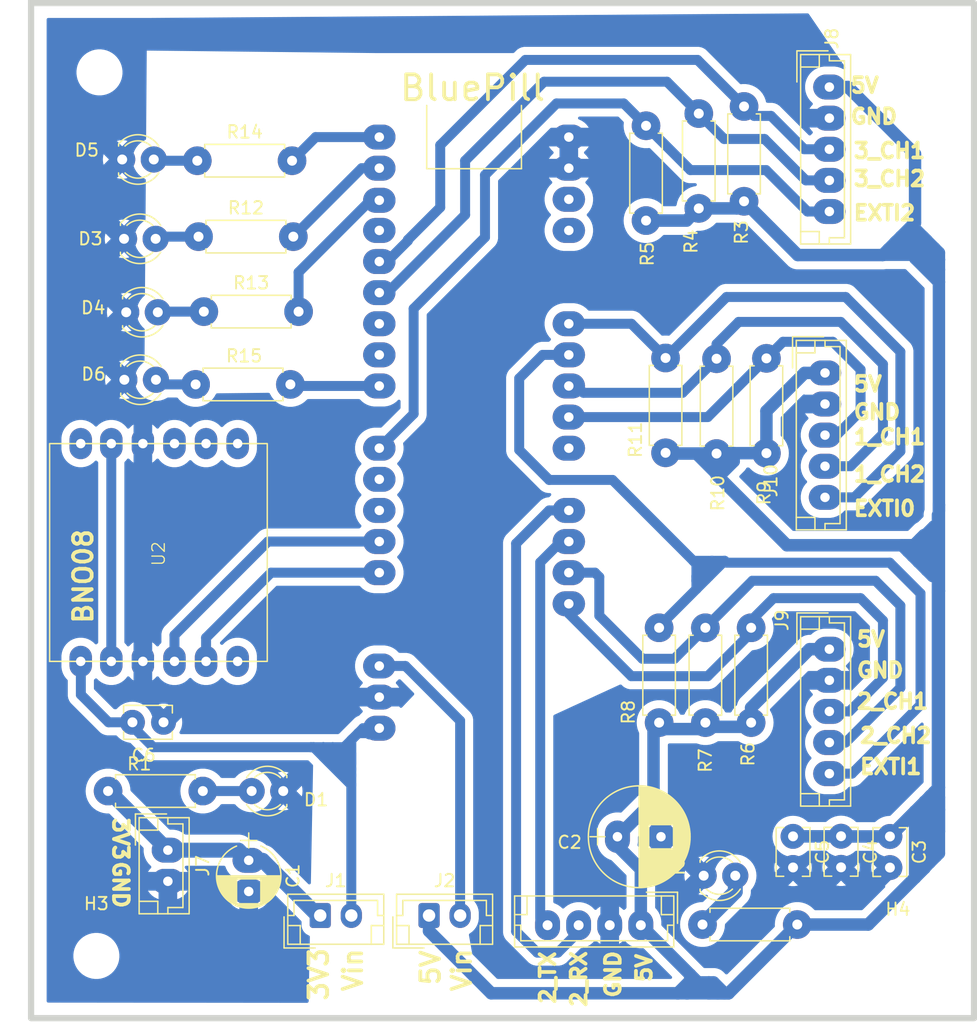
<source format=kicad_pcb>
(kicad_pcb (version 20240108) (generator "pcbnew") (generator_version "8.0")
  (layers (0 "F.Cu" signal) (31 "B.Cu" signal) (34 "B.Paste" user) (35 "F.Paste" user) (36 "B.SilkS" user "B.Silkscreen") (37 "F.SilkS" user "F.Silkscreen") (38 "B.Mask" user) (39 "F.Mask" user) (44 "Edge.Cuts" user))
  (net 0 "")
  (net 13 "GND")
  (net 14 "/VIN5")
  (net 15 "/VIN3")
  (net 16 "/UART2_TX")
  (net 17 "/UART2_RX")
  (net 18 "/UART1_TX")
  (net 19 "/UART1_RX")
  (net 20 "/TM3_CH1")
  (net 21 "/TM1_CH1")
  (net 22 "/TIM_CH2")
  (net 23 "/TIM2_CH2")
  (net 24 "/TIM2_CH1")
  (net 25 "/TIM1_CH2")
  (net 26 "/LED_4")
  (net 27 "/LED_3")
  (net 28 "/LED_2")
  (net 29 "/LED_1")
  (net 30 "/L")
  (net 31 "/EXTI2")
  (net 32 "/EXTI1")
  (net 33 "/EXTI0")
  (net 34 "/E")
  (net 35 "/4")
  (net 36 "/3V3")
  (net 37 "/3")
  (net 38 "/2")
  (net 39 "/1")
  (net 40 "/5V")
  (net 41 "/3V0")
  (footprint "MountingHole:MountingHole_3.2mm_M3" (layer "F.Cu") (at 105 64.75)
    (property "Reference" "H1" (hide yes))
    (property "Value" "MountingHole")
  )
  (footprint "Connector_JST:JST_EH_B2B-EH-A_1x02_P2.50mm_Vertical" (layer "F.Cu") (at 110.5 127.25 -90)
    (property "Reference" "J7")
    (property "Value" "Conn_01x02_Pin")
  )
  (footprint "MY_LIB:Resistor_small" (layer "F.Cu") (at 150.52 95.32 90)
    (property "Reference" "R11")
    (property "Value" "R")
  )
  (footprint "MY_LIB:Resistor_small" (layer "F.Cu") (at 157.4 117 90)
    (property "Reference" "R6")
    (property "Value" "R")
  )
  (footprint "Connector_JST:JST_EH_B5B-EH-A_1x05_P2.50mm_Vertical" (layer "F.Cu") (at 163.69 65.93 -90)
    (property "Reference" "J8")
    (property "Value" "Conn_01x05_Pin")
  )
  (footprint "MY_LIB:Capacitor_10uF" (layer "F.Cu") (at 117 128.0675 -90)
    (property "Reference" "C1")
    (property "Value" "C")
  )
  (footprint "MY_LIB:Capacitor_Disc_Small" (layer "F.Cu") (at 107.65 116.975)
    (property "Reference" "C6")
    (property "Value" "C")
  )
  (footprint "Connector_JST:JST_EH_B5B-EH-A_1x05_P2.50mm_Vertical" (layer "F.Cu") (at 163.69 111.1 -90)
    (property "Reference" "J9")
    (property "Value" "Conn_01x05_Pin")
  )
  (footprint "bno08:bno08" (layer "F.Cu") (at 97.25 103.5 90)
    (property "Reference" "U2")
    (property "Value" "~")
  )
  (footprint "MY_LIB:Capacitor_Disc_Small" (layer "F.Cu") (at 168.56 126.15 -90)
    (property "Reference" "C3")
    (property "Value" "C")
  )
  (footprint "MY_LIB:LED_D3.0mm" (layer "F.Cu") (at 106.825 71.75)
    (property "Reference" "D5")
    (property "Value" "LED")
  )
  (footprint "MountingHole:MountingHole_3.2mm_M3" (layer "F.Cu") (at 169 63.4)
    (property "Reference" "H2" (hide yes))
    (property "Value" "MountingHole")
  )
  (footprint "MY_LIB:Resistor_small" (layer "F.Cu") (at 158.63 95.35 90)
    (property "Reference" "R9")
    (property "Value" "R")
  )
  (footprint "MY_LIB:Resistor_small" (layer "F.Cu") (at 113.39 83.975)
    (property "Reference" "R13")
    (property "Value" "R")
  )
  (footprint "MY_LIB:Resistor_small" (layer "F.Cu") (at 112.865 71.85)
    (property "Reference" "R14")
    (property "Value" "R")
  )
  (footprint "MY_LIB:LED_D3.0mm" (layer "F.Cu") (at 107 89.45)
    (property "Reference" "D6")
    (property "Value" "LED")
  )
  (footprint "MountingHole:MountingHole_3.2mm_M3" (layer "F.Cu") (at 104.75 135.75)
    (property "Reference" "H3")
    (property "Value" "MountingHole")
  )
  (footprint "MY_LIB:Resistor_small" (layer "F.Cu") (at 153.49 133.225)
    (property "Reference" "R2" (hide yes))
    (property "Value" "R")
  )
  (footprint "MY_LIB:Resistor_small" (layer "F.Cu") (at 153.72 117 90)
    (property "Reference" "R7")
    (property "Value" "R")
  )
  (footprint "Connector_JST:JST_EH_B2B-EH-A_1x02_P2.50mm_Vertical" (layer "F.Cu") (at 122.75 132.5)
    (property "Reference" "J1")
    (property "Value" "Conn_01x02_Pin")
  )
  (footprint "MY_LIB:Resistor_small" (layer "F.Cu") (at 148.95 76.66 90)
    (property "Reference" "R5")
    (property "Value" "R")
  )
  (footprint "MY_LIB:Resistor_small" (layer "F.Cu") (at 153.19 75.68 90)
    (property "Reference" "R4")
    (property "Value" "R")
  )
  (footprint "MY_LIB:Resistor_small" (layer "F.Cu") (at 113.31 122.5 180)
    (property "Reference" "R1")
    (property "Value" "R")
  )
  (footprint "MY_LIB:Resistor_small" (layer "F.Cu") (at 156.83 75.11 90)
    (property "Reference" "R3")
    (property "Value" "R")
  )
  (footprint "MY_LIB:Resistor_small" (layer "F.Cu") (at 112.965 77.95)
    (property "Reference" "R12")
    (property "Value" "R")
  )
  (footprint "MY_LIB:Capacitor_Disc_Small" (layer "F.Cu") (at 164.63 126.13 -90)
    (property "Reference" "C4")
    (property "Value" "C")
  )
  (footprint "MY_LIB:STM32_BLUEPLL_MOD" (layer "F.Cu") (at 127.5 69.95)
    (property "Reference" "U1" (hide yes))
    (property "Value" "BluePill")
  )
  (footprint "MY_LIB:LED_D3.0mm" (layer "F.Cu") (at 153.585 129.3)
    (property "Reference" "D2")
    (property "Value" "LED")
  )
  (footprint "MY_LIB:Resistor_small" (layer "F.Cu") (at 150 117 90)
    (property "Reference" "R8")
    (property "Value" "R")
  )
  (footprint "Connector_JST:JST_EH_B5B-EH-A_1x05_P2.50mm_Vertical" (layer "F.Cu") (at 163.34 88.9 -90)
    (property "Reference" "J10")
    (property "Value" "Conn_01x05_Pin")
  )
  (footprint "MY_LIB:jst_4" (layer "F.Cu") (at 148.53 133.28 180)
    (property "Reference" "J6" (hide yes))
    (property "Value" "Conn_01x04_Pin")
  )
  (footprint "MY_LIB:Capacitor_Disc_Small" (layer "F.Cu") (at 160.77 126.14 -90)
    (property "Reference" "C5")
    (property "Value" "C")
  )
  (footprint "MY_LIB:LED_D3.0mm" (layer "F.Cu") (at 106.975 78.125)
    (property "Reference" "D3")
    (property "Value" "LED")
  )
  (footprint "MY_LIB:Resistor_small" (layer "F.Cu") (at 154.62 95.38 90)
    (property "Reference" "R10")
    (property "Value" "R")
  )
  (footprint "MY_LIB:LED_D3.0mm" (layer "F.Cu") (at 107.15 84.025)
    (property "Reference" "D4")
    (property "Value" "LED")
  )
  (footprint "MY_LIB:Resistor_small" (layer "F.Cu") (at 112.73 89.825)
    (property "Reference" "R15")
    (property "Value" "R")
  )
  (footprint "MountingHole:MountingHole_3.2mm_M3" (layer "F.Cu") (at 169.2 136.2)
    (property "Reference" "H4")
    (property "Value" "MountingHole")
  )
  (footprint "Connector_JST:JST_EH_B2B-EH-A_1x02_P2.50mm_Vertical" (layer "F.Cu") (at 131.5 132.5)
    (property "Reference" "J2")
    (property "Value" "Conn_01x02_Pin")
  )
  (footprint "MY_LIB:Capacitor_100uF" (layer "F.Cu") (at 146.65 126.17)
    (property "Reference" "C2")
    (property "Value" "C")
  )
  (footprint "MY_LIB:LED_D3.0mm" (layer "F.Cu") (at 119.775 122.5 180)
    (property "Reference" "D1")
    (property "Value" "LED")
  )
  (gr_rect (start 99.5 59.185) (end 175.325 140.75) (stroke (width 0.5)) (fill none) (layer "Edge.Cuts"))
  (gr_text "5V" (at 165.75 111 0) (layer "F.SilkS") (effects (font (size 1.2 1.2) (thickness 0.3) (bold yes)) (justify left bottom)))
  (gr_text "BNO08" (at 104.57 109.19 90) (layer "F.SilkS") (effects (font (size 1.5 1.5) (thickness 0.3) (bold yes)) (justify left bottom)))
  (gr_text "GND" (at 165.75 113.5 0) (layer "F.SilkS") (effects (font (size 1.2 1.2) (thickness 0.3) (bold yes)) (justify left bottom)))
  (gr_text "GND" (at 165.5 92.75 0) (layer "F.SilkS") (effects (font (size 1.2 1.2) (thickness 0.3) (bold yes)) (justify left bottom)))
  (gr_text "1_CH1" (at 165.5 94.75 0) (layer "F.SilkS") (effects (font (size 1.2 1.2) (thickness 0.3) (bold yes)) (justify left bottom)))
  (gr_text "EXTI0" (at 165.5 100.5 0) (layer "F.SilkS") (effects (font (size 1.2 1.2) (thickness 0.3) (bold yes)) (justify left bottom)))
  (gr_text "5V" (at 149.5 138 90) (layer "F.SilkS") (effects (font (size 1.2 1.2) (thickness 0.3) (bold yes)) (justify left bottom)))
  (gr_text "5V" (at 165.25 66.5 0) (layer "F.SilkS") (effects (font (size 1.2 1.2) (thickness 0.3) (bold yes)) (justify left bottom)))
  (gr_text "GND" (at 106 128 -90) (layer "F.SilkS") (effects (font (size 1.2 1.2) (thickness 0.3) (bold yes)) (justify left bottom)))
  (gr_text "5V" (at 132.5 138.25 90) (layer "F.SilkS") (effects (font (size 1.5 1.5) (thickness 0.3) (bold yes)) (justify left bottom)))
  (gr_text "GND" (at 165.25 69 0) (layer "F.SilkS") (effects (font (size 1.2 1.2) (thickness 0.3) (bold yes)) (justify left bottom)))
  (gr_text "2_CH2\n" (at 166 118.75 0) (layer "F.SilkS") (effects (font (size 1.2 1.2) (thickness 0.3) (bold yes)) (justify left bottom)))
  (gr_text "1_CH2" (at 165.5 97.75 0) (layer "F.SilkS") (effects (font (size 1.2 1.2) (thickness 0.3) (bold yes)) (justify left bottom)))
  (gr_text "3_CH2" (at 165.5 74 0) (layer "F.SilkS") (effects (font (size 1.2 1.2) (thickness 0.3) (bold yes)) (justify left bottom)))
  (gr_text "3V3" (at 106 124.5 -90) (layer "F.SilkS") (effects (font (size 1.2 1.2) (thickness 0.3) (bold yes)) (justify left bottom)))
  (gr_text "2_RX" (at 144.25 140 90) (layer "F.SilkS") (effects (font (size 1.2 1.2) (thickness 0.3) (bold yes)) (justify left bottom)))
  (gr_text "Vin" (at 126.25 138.75 90) (layer "F.SilkS") (effects (font (size 1.5 1.5) (thickness 0.3) (bold yes)) (justify left bottom)))
  (gr_text "EXTI2" (at 165.5 76.75 0) (layer "F.SilkS") (effects (font (size 1.2 1.2) (thickness 0.3) (bold yes)) (justify left bottom)))
  (gr_text "3V3" (at 123.5 139.5 90) (layer "F.SilkS") (effects (font (size 1.5 1.5) (thickness 0.3) (bold yes)) (justify left bottom)))
  (gr_text "GND" (at 147 139.25 90) (layer "F.SilkS") (effects (font (size 1.2 1.2) (thickness 0.3) (bold yes)) (justify left bottom)))
  (gr_text "2_TX" (at 141.75 139.75 90) (layer "F.SilkS") (effects (font (size 1.2 1.2) (thickness 0.3) (bold yes)) (justify left bottom)))
  (gr_text "Vin" (at 135 138.75 90) (layer "F.SilkS") (effects (font (size 1.5 1.5) (thickness 0.3) (bold yes)) (justify left bottom)))
  (gr_text "3_CH1" (at 165.5 71.75 0) (layer "F.SilkS") (effects (font (size 1.2 1.2) (thickness 0.3) (bold yes)) (justify left bottom)))
  (gr_text "EXTI1" (at 166 121.25 0) (layer "F.SilkS") (effects (font (size 1.2 1.2) (thickness 0.3) (bold yes)) (justify left bottom)))
  (gr_text "5V" (at 165.5 90.5 0) (layer "F.SilkS") (effects (font (size 1.2 1.2) (thickness 0.3) (bold yes)) (justify left bottom)))
  (gr_text "2_CH1" (at 165.75 116 0) (layer "F.SilkS") (effects (font (size 1.2 1.2) (thickness 0.3) (bold yes)) (justify left bottom)))
  (segment (start 153.585 129.3) (end 153.28 129.3) (width 0.8) (layer "B.Cu") (net 13))
  (segment (start 142.74 69.95) (end 142.74 72.49) (width 1.2) (layer "B.Cu") (net 13))
  (segment (start 129.6 112.45) (end 134 116.85) (width 0.8) (layer "B.Cu") (net 14))
  (segment (start 134 116.85) (end 134 132.5) (width 0.8) (layer "B.Cu") (net 14))
  (segment (start 127.5 112.45) (end 129.6 112.45) (width 0.8) (layer "B.Cu") (net 14))
  (segment (start 125.8 117.85) (end 126.6 117.85) (width 0.8) (layer "B.Cu") (net 15))
  (segment (start 125.8 117.85) (end 125.325 118.325) (width 0.8) (layer "B.Cu") (net 15))
  (segment (start 126.2 117.45) (end 125.8 117.85) (width 0.8) (layer "B.Cu") (net 15))
  (segment (start 124.675 118.975) (end 123.75 118.975) (width 0.8) (layer "B.Cu") (net 15))
  (segment (start 122 118.975) (end 109.321572 118.975) (width 0.8) (layer "B.Cu") (net 15))
  (segment (start 126.2 117.45) (end 126.6875 117.9375) (width 0.8) (layer "B.Cu") (net 15))
  (segment (start 123 119) (end 125.25 121.25) (width 0.8) (layer "B.Cu") (net 15))
  (segment (start 123.75 118.975) (end 123 118.975) (width 0.8) (layer "B.Cu") (net 15))
  (segment (start 125.25 122) (end 125.25 132.5) (width 0.8) (layer "B.Cu") (net 15))
  (segment (start 124.675 118.975) (end 125.25 119.55) (width 0.8) (layer "B.Cu") (net 15))
  (segment (start 123 119.75) (end 125.25 122) (width 0.8) (layer "B.Cu") (net 15))
  (segment (start 103.5 114.75) (end 103.5 112.09) (width 0.8) (layer "B.Cu") (net 15))
  (segment (start 123 118.975) (end 123 119.75) (width 0.8) (layer "B.Cu") (net 15))
  (segment (start 122 118.975) (end 122.225 118.975) (width 0.8) (layer "B.Cu") (net 15))
  (segment (start 122.225 118.975) (end 125.25 122) (width 0.8) (layer "B.Cu") (net 15))
  (segment (start 123 118.975) (end 123 119) (width 0.8) (layer "B.Cu") (net 15))
  (segment (start 123 118.975) (end 122 118.975) (width 0.8) (layer "B.Cu") (net 15))
  (segment (start 107.65 117.303428) (end 107.65 116.975) (width 0.8) (layer "B.Cu") (net 15))
  (segment (start 125.25 118.4) (end 125.25 120.25) (width 0.8) (layer "B.Cu") (net 15))
  (segment (start 125.2 119.5) (end 125.25 119.55) (width 0.8) (layer "B.Cu") (net 15))
  (segment (start 123.75 118.975) (end 123.75 119.25) (width 0.8) (layer "B.Cu") (net 15))
  (segment (start 123.75 119.25) (end 124 119.5) (width 0.8) (layer "B.Cu") (net 15))
  (segment (start 125.325 118.325) (end 124.675 118.975) (width 0.8) (layer "B.Cu") (net 15))
  (segment (start 125.25 120.25) (end 125.25 120.75) (width 0.8) (layer "B.Cu") (net 15))
  (segment (start 124 119.5) (end 125.25 120.75) (width 0.8) (layer "B.Cu") (net 15))
  (segment (start 109.321572 118.975) (end 107.65 117.303428) (width 0.8) (layer "B.Cu") (net 15))
  (segment (start 125.25 121.25) (end 125.25 122) (width 0.8) (layer "B.Cu") (net 15))
  (segment (start 103.5 112.09) (end 103.49 112.08) (width 0.8) (layer "B.Cu") (net 15))
  (segment (start 124 119.5) (end 125.2 119.5) (width 0.8) (layer "B.Cu") (net 15))
  (segment (start 126.6 117.85) (end 126.6875 117.9375) (width 0.8) (layer "B.Cu") (net 15))
  (segment (start 125.25 120.75) (end 125.25 121.25) (width 0.8) (layer "B.Cu") (net 15))
  (segment (start 107.65 116.975) (end 105.725 116.975) (width 0.8) (layer "B.Cu") (net 15))
  (segment (start 127.5 117.45) (end 126.2 117.45) (width 0.8) (layer "B.Cu") (net 15))
  (segment (start 125.25 119.55) (end 125.25 120.25) (width 0.8) (layer "B.Cu") (net 15))
  (segment (start 125.325 118.325) (end 125.25 118.4) (width 0.8) (layer "B.Cu") (net 15))
  (segment (start 105.725 116.975) (end 103.5 114.75) (width 0.8) (layer "B.Cu") (net 15))
  (segment (start 140.44 132.69) (end 140.44 104.121573) (width 0.8) (layer "B.Cu") (net 16))
  (segment (start 140.44 104.121573) (end 142.111573 102.45) (width 0.8) (layer "B.Cu") (net 16))
  (segment (start 141.03 133.28) (end 140.44 132.69) (width 0.8) (layer "B.Cu") (net 16))
  (segment (start 142.111573 102.45) (end 142.74 102.45) (width 0.8) (layer "B.Cu") (net 16))
  (segment (start 143.53 133.28) (end 143.53 133.808427) (width 0.8) (layer "B.Cu") (net 17))
  (segment (start 143.53 133.808427) (end 141.858427 135.48) (width 0.8) (layer "B.Cu") (net 17))
  (segment (start 140.201573 135.48) (end 138.5 133.778427) (width 0.8) (layer "B.Cu") (net 17))
  (segment (start 138.5 102.610102) (end 141.160102 99.95) (width 0.8) (layer "B.Cu") (net 17))
  (segment (start 141.160102 99.95) (end 142.74 99.95) (width 0.8) (layer "B.Cu") (net 17))
  (segment (start 138.5 133.778427) (end 138.5 102.610102) (width 0.8) (layer "B.Cu") (net 17))
  (segment (start 141.858427 135.48) (end 140.201573 135.48) (width 0.8) (layer "B.Cu") (net 17))
  (segment (start 127.81 102.97) (end 127.5 102.97) (width 0.8) (layer "B.Cu") (net 18))
  (segment (start 127.715 102.97) (end 127.5 102.97) (width 0.8) (layer "B.Cu") (net 18))
  (segment (start 111.03 109.97) (end 111.03 112.08) (width 0.8) (layer "B.Cu") (net 18))
  (segment (start 128.09 102.97) (end 127.5 102.97) (width 0.8) (layer "B.Cu") (net 18))
  (segment (start 127.605 102.8) (end 127.5 102.905) (width 0.8) (layer "B.Cu") (net 18))
  (segment (start 127.955 102.825) (end 127.81 102.97) (width 0.8) (layer "B.Cu") (net 18))
  (segment (start 127.88 102.805) (end 127.715 102.97) (width 0.8) (layer "B.Cu") (net 18))
  (segment (start 127.5 102.905) (end 127.5 102.97) (width 0.8) (layer "B.Cu") (net 18))
  (segment (start 127.5 102.45) (end 118.55 102.45) (width 0.8) (layer "B.Cu") (net 18))
  (segment (start 128.23 102.83) (end 128.09 102.97) (width 0.8) (layer "B.Cu") (net 18))
  (segment (start 127.33 102.8) (end 127.5 102.97) (width 0.8) (layer "B.Cu") (net 18))
  (segment (start 118.55 102.45) (end 111.03 109.97) (width 0.8) (layer "B.Cu") (net 18))
  (segment (start 127.73 105.51) (end 127.5 105.51) (width 0.8) (layer "B.Cu") (net 19))
  (segment (start 113.57 110.18) (end 113.57 112.08) (width 0.8) (layer "B.Cu") (net 19))
  (segment (start 118.8 104.95) (end 113.57 110.18) (width 0.8) (layer "B.Cu") (net 19))
  (segment (start 127.915 105.325) (end 127.73 105.51) (width 0.8) (layer "B.Cu") (net 19))
  (segment (start 127.5 105.365) (end 127.5 105.51) (width 0.8) (layer "B.Cu") (net 19))
  (segment (start 127.5 104.95) (end 118.8 104.95) (width 0.8) (layer "B.Cu") (net 19))
  (segment (start 127.29 105.3) (end 127.5 105.51) (width 0.8) (layer "B.Cu") (net 19))
  (segment (start 128.19 105.33) (end 128.01 105.51) (width 0.8) (layer "B.Cu") (net 19))
  (segment (start 127.565 105.3) (end 127.5 105.365) (width 0.8) (layer "B.Cu") (net 19))
  (segment (start 128.01 105.51) (end 127.5 105.51) (width 0.8) (layer "B.Cu") (net 19))
  (segment (start 127.84 105.305) (end 127.635 105.51) (width 0.8) (layer "B.Cu") (net 19))
  (segment (start 127.635 105.51) (end 127.5 105.51) (width 0.8) (layer "B.Cu") (net 19))
  (segment (start 159.96 86.4) (end 163.968428 86.4) (width 0.8) (layer "B.Cu") (net 20))
  (segment (start 166.2 88.631572) (end 166.2 91.97) (width 0.8) (layer "B.Cu") (net 20))
  (segment (start 153.91 92.45) (end 142.74 92.45) (width 0.8) (layer "B.Cu") (net 20))
  (segment (start 163.968428 86.4) (end 166.2 88.631572) (width 0.8) (layer "B.Cu") (net 20))
  (segment (start 158.63 87.73) (end 159.96 86.4) (width 0.8) (layer "B.Cu") (net 20))
  (segment (start 166.2 91.97) (end 164.27 93.9) (width 0.8) (layer "B.Cu") (net 20))
  (segment (start 158.63 87.73) (end 153.91 92.45) (width 0.8) (layer "B.Cu") (net 20))
  (segment (start 164.27 93.9) (end 163.34 93.9) (width 0.8) (layer "B.Cu") (net 20))
  (segment (start 127.875 80.11) (end 127.5 80.11) (width 0.8) (layer "B.Cu") (net 21))
  (segment (start 129.8 78.278427) (end 128.128427 79.95) (width 0.8) (layer "B.Cu") (net 21))
  (segment (start 161.68 70.93) (end 163.69 70.93) (width 0.8) (layer "B.Cu") (net 21))
  (segment (start 127.97 80.11) (end 127.5 80.11) (width 0.8) (layer "B.Cu") (net 21))
  (segment (start 139.25 63.75) (end 132.4 70.6) (width 0.8) (layer "B.Cu") (net 21))
  (segment (start 127.685 80.02) (end 127.595 80.11) (width 0.8) (layer "B.Cu") (net 21))
  (segment (start 157.64 68.25) (end 159 68.25) (width 0.8) (layer "B.Cu") (net 21))
  (segment (start 132.4 75.6) (end 129.8 78.2) (width 0.8) (layer "B.Cu") (net 21))
  (segment (start 156.88 67.49) (end 157.64 68.25) (width 0.8) (layer "B.Cu") (net 21))
  (segment (start 128.035 80.045) (end 127.97 80.11) (width 0.8) (layer "B.Cu") (net 21))
  (segment (start 159 68.25) (end 161.68 70.93) (width 0.8) (layer "B.Cu") (net 21))
  (segment (start 128.25 80.11) (end 127.5 80.11) (width 0.8) (layer "B.Cu") (net 21))
  (segment (start 128.128427 79.95) (end 127.5 79.95) (width 0.8) (layer "B.Cu") (net 21))
  (segment (start 128.31 80.05) (end 128.25 80.11) (width 0.8) (layer "B.Cu") (net 21))
  (segment (start 127.96 80.025) (end 127.875 80.11) (width 0.8) (layer "B.Cu") (net 21))
  (segment (start 132.4 70.6) (end 132.4 75.6) (width 0.8) (layer "B.Cu") (net 21))
  (segment (start 156.83 67.49) (end 153.09 63.75) (width 0.8) (layer "B.Cu") (net 21))
  (segment (start 156.83 67.49) (end 156.88 67.49) (width 0.8) (layer "B.Cu") (net 21))
  (segment (start 129.8 78.2) (end 129.8 78.278427) (width 0.8) (layer "B.Cu") (net 21))
  (segment (start 127.595 80.11) (end 127.5 80.11) (width 0.8) (layer "B.Cu") (net 21))
  (segment (start 153.09 63.75) (end 139.25 63.75) (width 0.8) (layer "B.Cu") (net 21))
  (segment (start 154.62 87.76) (end 154.62 86.58) (width 0.8) (layer "B.Cu") (net 22))
  (segment (start 154.62 87.76) (end 151.88 90.5) (width 0.8) (layer "B.Cu") (net 22))
  (segment (start 143.918427 90.5) (end 143.368427 89.95) (width 0.8) (layer "B.Cu") (net 22))
  (segment (start 154.62 86.58) (end 156.4 84.8) (width 0.8) (layer "B.Cu") (net 22))
  (segment (start 156.4 84.8) (end 164.6 84.8) (width 0.8) (layer "B.Cu") (net 22))
  (segment (start 168 93.8) (end 165.4 96.4) (width 0.8) (layer "B.Cu") (net 22))
  (segment (start 165.4 96.4) (end 163.34 96.4) (width 0.8) (layer "B.Cu") (net 22))
  (segment (start 143.368427 89.95) (end 142.74 89.95) (width 0.8) (layer "B.Cu") (net 22))
  (segment (start 151.88 90.5) (end 143.918427 90.5) (width 0.8) (layer "B.Cu") (net 22))
  (segment (start 168 88.2) (end 168 93.8) (width 0.8) (layer "B.Cu") (net 22))
  (segment (start 164.6 84.8) (end 168 88.2) (width 0.8) (layer "B.Cu") (net 22))
  (segment (start 151.23 111.87) (end 148.65944 111.87) (width 0.8) (layer "B.Cu") (net 23))
  (segment (start 145.19 108.40056) (end 145.19 105.3) (width 0.8) (layer "B.Cu") (net 23))
  (segment (start 145.19 105.3) (end 144.84 104.95) (width 0.8) (layer "B.Cu") (net 23))
  (segment (start 167.4 105.6) (end 169.4 107.6) (width 0.8) (layer "B.Cu") (net 23))
  (segment (start 169.4 107.6) (end 169.4 114.2) (width 0.8) (layer "B.Cu") (net 23))
  (segment (start 153.72 109.38) (end 157.5 105.6) (width 0.8) (layer "B.Cu") (net 23))
  (segment (start 153.72 109.38) (end 151.23 111.87) (width 0.8) (layer "B.Cu") (net 23))
  (segment (start 144.84 104.95) (end 142.74 104.95) (width 0.8) (layer "B.Cu") (net 23))
  (segment (start 165 118.6) (end 163.69 118.6) (width 0.8) (layer "B.Cu") (net 23))
  (segment (start 148.65944 111.87) (end 145.19 108.40056) (width 0.8) (layer "B.Cu") (net 23))
  (segment (start 157.5 105.6) (end 167.4 105.6) (width 0.8) (layer "B.Cu") (net 23))
  (segment (start 169.4 114.2) (end 165 118.6) (width 0.8) (layer "B.Cu") (net 23))
  (segment (start 142.74 108.24) (end 142.74 107.45) (width 0.8) (layer "B.Cu") (net 24))
  (segment (start 157.4 109.38) (end 157.4 108.8) (width 0.8) (layer "B.Cu") (net 24))
  (segment (start 157.4 109.78) (end 153.91 113.27) (width 0.8) (layer "B.Cu") (net 24))
  (segment (start 153.91 113.27) (end 147.77 113.27) (width 0.8) (layer "B.Cu") (net 24))
  (segment (start 168 108.8) (end 168 113.4) (width 0.8) (layer "B.Cu") (net 24))
  (segment (start 165.3 116.1) (end 163.69 116.1) (width 0.8) (layer "B.Cu") (net 24))
  (segment (start 157.4 109.38) (end 157.4 109.78) (width 0.8) (layer "B.Cu") (net 24))
  (segment (start 147.77 113.27) (end 142.74 108.24) (width 0.8) (layer "B.Cu") (net 24))
  (segment (start 157.4 108.8) (end 159.2 107) (width 0.8) (layer "B.Cu") (net 24))
  (segment (start 159.2 107) (end 166.2 107) (width 0.8) (layer "B.Cu") (net 24))
  (segment (start 166.2 107) (end 168 108.8) (width 0.8) (layer "B.Cu") (net 24))
  (segment (start 168 113.4) (end 165.3 116.1) (width 0.8) (layer "B.Cu") (net 24))
  (segment (start 150.63 65.5) (end 140.75 65.5) (width 0.8) (layer "B.Cu") (net 25))
  (segment (start 153.19 68.06) (end 155.231573 70.101573) (width 0.8) (layer "B.Cu") (net 25))
  (segment (start 153.19 68.06) (end 150.63 65.5) (width 0.8) (layer "B.Cu") (net 25))
  (segment (start 158.476573 70.101573) (end 161.805 73.43) (width 0.8) (layer "B.Cu") (net 25))
  (segment (start 161.805 73.43) (end 163.69 73.43) (width 0.8) (layer "B.Cu") (net 25))
  (segment (start 134.4 76.2) (end 128.15 82.45) (width 0.8) (layer "B.Cu") (net 25))
  (segment (start 134.4 71.85) (end 134.4 76.2) (width 0.8) (layer "B.Cu") (net 25))
  (segment (start 155.231573 70.101573) (end 158.476573 70.101573) (width 0.8) (layer "B.Cu") (net 25))
  (segment (start 140.75 65.5) (end 134.4 71.85) (width 0.8) (layer "B.Cu") (net 25))
  (segment (start 128.15 82.45) (end 127.5 82.45) (width 0.8) (layer "B.Cu") (net 25))
  (segment (start 127.5 89.95) (end 120.475 89.95) (width 0.8) (layer "B.Cu") (net 26))
  (segment (start 120.475 89.95) (end 120.35 89.825) (width 0.8) (layer "B.Cu") (net 26))
  (segment (start 126.085 72.45) (end 120.585 77.95) (width 0.8) (layer "B.Cu") (net 27))
  (segment (start 127.5 72.45) (end 126.085 72.45) (width 0.8) (layer "B.Cu") (net 27))
  (segment (start 127.5 72.49) (end 127.47 72.52) (width 0.8) (layer "B.Cu") (net 27))
  (segment (start 127.5 75.03) (end 126.791573 75.03) (width 0.8) (layer "B.Cu") (net 28))
  (segment (start 127.5 75.03) (end 127.475 75.055) (width 0.8) (layer "B.Cu") (net 28))
  (segment (start 121.01 80.811573) (end 121.01 83.975) (width 0.8) (layer "B.Cu") (net 28))
  (segment (start 126.791573 75.03) (end 121.01 80.811573) (width 0.8) (layer "B.Cu") (net 28))
  (segment (start 127.475 75.055) (end 127.355 75.055) (width 0.8) (layer "B.Cu") (net 28))
  (segment (start 122.385 69.95) (end 120.485 71.85) (width 0.8) (layer "B.Cu") (net 29))
  (segment (start 127.5 69.95) (end 122.385 69.95) (width 0.8) (layer "B.Cu") (net 29))
  (segment (start 113.31 122.5) (end 117.235 122.5) (width 0.8) (layer "B.Cu") (net 30))
  (segment (start 136 78) (end 130.26 83.74) (width 0.8) (layer "B.Cu") (net 31))
  (segment (start 127.33 95.355) (end 127.495 95.355) (width 0.8) (layer "B.Cu") (net 31))
  (segment (start 158.601573 72.601573) (end 161.93 75.93) (width 0.8) (layer "B.Cu") (net 31))
  (segment (start 127.495 95.355) (end 127.5 95.35) (width 0.8) (layer "B.Cu") (net 31))
  (segment (start 130.26 92.19) (end 127.5 94.95) (width 0.8) (layer "B.Cu") (net 31))
  (segment (start 161.93 75.93) (end 163.69 75.93) (width 0.8) (layer "B.Cu") (net 31))
  (segment (start 136 73) (end 136 78) (width 0.8) (layer "B.Cu") (net 31))
  (segment (start 148.95 69.04) (end 147.16 67.25) (width 0.8) (layer "B.Cu") (net 31))
  (segment (start 127.68 95.38) (end 127.65 95.35) (width 0.8) (layer "B.Cu") (net 31))
  (segment (start 130.26 83.74) (end 130.26 92.19) (width 0.8) (layer "B.Cu") (net 31))
  (segment (start 147.16 67.25) (end 141.75 67.25) (width 0.8) (layer "B.Cu") (net 31))
  (segment (start 152.511573 72.601573) (end 158.601573 72.601573) (width 0.8) (layer "B.Cu") (net 31))
  (segment (start 127.65 95.35) (end 127.5 95.35) (width 0.8) (layer "B.Cu") (net 31))
  (segment (start 148.95 69.04) (end 152.511573 72.601573) (width 0.8) (layer "B.Cu") (net 31))
  (segment (start 141.75 67.25) (end 136 73) (width 0.8) (layer "B.Cu") (net 31))
  (segment (start 150 109.38) (end 150 109.27) (width 0.8) (layer "B.Cu") (net 32))
  (segment (start 142.74 87.45) (end 140.64 87.45) (width 0.8) (layer "B.Cu") (net 32))
  (segment (start 165.5 121.1) (end 163.69 121.1) (width 0.8) (layer "B.Cu") (net 32))
  (segment (start 153.01 106.26) (end 153 106.25) (width 0.8) (layer "B.Cu") (net 32))
  (segment (start 150 109.27) (end 153.01 106.26) (width 0.8) (layer "B.Cu") (net 32))
  (segment (start 155.27 104) (end 154.25 104) (width 0.8) (layer "B.Cu") (net 32))
  (segment (start 152.75 104) (end 152.875 104.125) (width 0.8) (layer "B.Cu") (net 32))
  (segment (start 154.25 104) (end 154.25 104.5) (width 0.8) (layer "B.Cu") (net 32))
  (segment (start 155.27 104) (end 155.42 104.15) (width 0.8) (layer "B.Cu") (net 32))
  (segment (start 141.161573 97.5) (end 146.25 97.5) (width 0.8) (layer "B.Cu") (net 32))
  (segment (start 153.01 106.26) (end 153.78 105.49) (width 0.8) (layer "B.Cu") (net 32))
  (segment (start 153 104.25) (end 152.875 104.125) (width 0.8) (layer "B.Cu") (net 32))
  (segment (start 153.75 105) (end 154.01 105.26) (width 0.8) (layer "B.Cu") (net 32))
  (segment (start 153 106.25) (end 153 105.6) (width 0.8) (layer "B.Cu") (net 32))
  (segment (start 154.25 104.5) (end 153.75 105) (width 0.8) (layer "B.Cu") (net 32))
  (segment (start 138.75 95.088427) (end 141.161573 97.5) (width 0.8) (layer "B.Cu") (net 32))
  (segment (start 153 105.6) (end 153 104.25) (width 0.8) (layer "B.Cu") (net 32))
  (segment (start 155.42 104.15) (end 168.55 104.15) (width 0.8) (layer "B.Cu") (net 32))
  (segment (start 140.64 87.45) (end 138.75 89.34) (width 0.8) (layer "B.Cu") (net 32))
  (segment (start 153 105.6) (end 153 105.25) (width 0.8) (layer "B.Cu") (net 32))
  (segment (start 146.25 97.5) (end 152.75 104) (width 0.8) (layer "B.Cu") (net 32))
  (segment (start 171.02 106.62) (end 171.02 115.58) (width 0.8) (layer "B.Cu") (net 32))
  (segment (start 168.55 104.15) (end 171.02 106.62) (width 0.8) (layer "B.Cu") (net 32))
  (segment (start 154.25 104) (end 152.75 104) (width 0.8) (layer "B.Cu") (net 32))
  (segment (start 152.875 104.125) (end 153.75 105) (width 0.8) (layer "B.Cu") (net 32))
  (segment (start 171.02 115.58) (end 165.5 121.1) (width 0.8) (layer "B.Cu") (net 32))
  (segment (start 153.78 105.49) (end 155.27 104) (width 0.8) (layer "B.Cu") (net 32))
  (segment (start 138.75 89.34) (end 138.75 95.088427) (width 0.8) (layer "B.Cu") (net 32))
  (segment (start 153 105.25) (end 154.25 104) (width 0.8) (layer "B.Cu") (net 32))
  (segment (start 169.4 95.2) (end 165.7 98.9) (width 0.8) (layer "B.Cu") (net 33))
  (segment (start 169.4 87.2) (end 169.4 95.2) (width 0.8) (layer "B.Cu") (net 33))
  (segment (start 165.7 98.9) (end 163.34 98.9) (width 0.8) (layer "B.Cu") (net 33))
  (segment (start 147.77 84.95) (end 150.52 87.7) (width 0.8) (layer "B.Cu") (net 33))
  (segment (start 155.42 82.8) (end 165 82.8) (width 0.8) (layer "B.Cu") (net 33))
  (segment (start 147.77 84.95) (end 142.74 84.95) (width 0.8) (layer "B.Cu") (net 33))
  (segment (start 165 82.8) (end 169.4 87.2) (width 0.8) (layer "B.Cu") (net 33))
  (segment (start 150.52 87.7) (end 155.42 82.8) (width 0.8) (layer "B.Cu") (net 33))
  (segment (start 153.49 133.225) (end 156.125 130.59) (width 1.2) (layer "B.Cu") (net 34))
  (segment (start 156.125 130.59) (end 156.125 129.3) (width 1.2) (layer "B.Cu") (net 34))
  (segment (start 112.73 89.825) (end 109.915 89.825) (width 0.8) (layer "B.Cu") (net 35))
  (segment (start 109.915 89.825) (end 109.54 89.45) (width 0.8) (layer "B.Cu") (net 35))
  (segment (start 116.1825 127.25) (end 110.5 127.25) (width 1.2) (layer "B.Cu") (net 36))
  (segment (start 105.69 122.5) (end 105.75 122.5) (width 1.2) (layer "B.Cu") (net 36))
  (segment (start 122.75 132.5) (end 122.55 132.5) (width 1.2) (layer "B.Cu") (net 36))
  (segment (start 122.55 132.5) (end 118.1175 128.0675) (width 1.2) (layer "B.Cu") (net 36))
  (segment (start 118.1175 128.0675) (end 117 128.0675) (width 1.2) (layer "B.Cu") (net 36))
  (segment (start 117 128.0675) (end 116.1825 127.25) (width 1.2) (layer "B.Cu") (net 36))
  (segment (start 105.75 122.5) (end 110.5 127.25) (width 1.2) (layer "B.Cu") (net 36))
  (segment (start 112.965 77.95) (end 109.69 77.95) (width 0.8) (layer "B.Cu") (net 37))
  (segment (start 109.69 77.95) (end 109.515 78.125) (width 0.8) (layer "B.Cu") (net 37))
  (segment (start 109.74 83.975) (end 109.69 84.025) (width 0.8) (layer "B.Cu") (net 38))
  (segment (start 113.39 83.975) (end 109.74 83.975) (width 0.8) (layer "B.Cu") (net 38))
  (segment (start 109.465 71.85) (end 109.365 71.75) (width 0.8) (layer "B.Cu") (net 39))
  (segment (start 112.865 71.85) (end 109.465 71.85) (width 0.8) (layer "B.Cu") (net 39))
  (segment (start 172.25 127.75) (end 171.75 128.25) (width 1) (layer "B.Cu") (net 40))
  (segment (start 154.62 97) (end 154.62 97.09) (width 1) (layer "B.Cu") (net 40))
  (segment (start 170.015 103.235) (end 171 102.25) (width 1) (layer "B.Cu") (net 40))
  (segment (start 154.62 95.38) (end 154.62 97.09) (width 1) (layer "B.Cu") (net 40))
  (segment (start 163.69 111.1) (end 162.1 111.1) (width 1) (layer "B.Cu") (net 40))
  (segment (start 163.69 65.93) (end 165.19 65.93) (width 1) (layer "B.Cu") (net 40))
  (segment (start 167.98 79.43) (end 161.15 79.43) (width 1) (layer "B.Cu") (net 40))
  (segment (start 150.52 117.52) (end 150 117) (width 1) (layer "B.Cu") (net 40))
  (segment (start 154.62 97.09) (end 154.765 97.235) (width 1) (layer "B.Cu") (net 40))
  (segment (start 172.16 104.09) (end 172.16 104.12) (width 1) (layer "B.Cu") (net 40))
  (segment (start 154.75 138.75) (end 154.75 138.625) (width 1) (layer "B.Cu") (net 40))
  (segment (start 171.4 79.405) (end 171.4 79.5) (width 1) (layer "B.Cu") (net 40))
  (segment (start 172.42 122.29) (end 172.105 122.605) (width 1) (layer "B.Cu") (net 40))
  (segment (start 152.25 138.75) (end 153.125 137.875) (width 1) (layer "B.Cu") (net 40))
  (segment (start 151.5 138.75) (end 136.5 138.75) (width 1) (layer "B.Cu") (net 40))
  (segment (start 172.42 102.54) (end 171.63 103.33) (width 1) (layer "B.Cu") (net 40))
  (segment (start 160.28 102.75) (end 169.53 102.75) (width 1) (layer "B.Cu") (net 40))
  (segment (start 171.63 103.33) (end 170.87 104.09) (width 1) (layer "B.Cu") (net 40))
  (segment (start 172 103.25) (end 171.63 102.88) (width 1) (layer "B.Cu") (net 40))
  (segment (start 154 137.875) (end 154.375 137.875) (width 1) (layer "B.Cu") (net 40))
  (segment (start 151.5 138.75) (end 152.5 137.75) (width 1) (layer "B.Cu") (net 40))
  (segment (start 171.5 128.5) (end 171.355 128.5) (width 1) (layer "B.Cu") (net 40))
  (segment (start 171.355 126.355) (end 172.25 127.25) (width 1) (layer "B.Cu") (net 40))
  (segment (start 169.75 102.75) (end 170.5 102.75) (width 1) (layer "B.Cu") (net 40))
  (segment (start 148.53 133.28) (end 148.53 128.79) (width 1) (layer "B.Cu") (net 40))
  (segment (start 155.25 138.75) (end 154.75 138.75) (width 1) (layer "B.Cu") (net 40))
  (segment (start 154.375 137.875) (end 155.25 138.75) (width 1) (layer "B.Cu") (net 40))
  (segment (start 153 95.38) (end 154.62 97) (width 1) (layer "B.Cu") (net 40))
  (segment (start 170.58 129.458428) (end 170.58 124.13) (width 1) (layer "B.Cu") (net 40))
  (segment (start 153.19 75.68) (end 156.26 75.68) (width 1) (layer "B.Cu") (net 40))
  (segment (start 168.56 126.15) (end 164.65 126.15) (width 1) (layer "B.Cu") (net 40))
  (segment (start 172.5 79.25) (end 172.125 78.875) (width 1) (layer "B.Cu") (net 40))
  (segment (start 161.11 133.225) (end 166.813428 133.225) (width 1) (layer "B.Cu") (net 40))
  (segment (start 161.7 88.9) (end 163.34 88.9) (width 1) (layer "B.Cu") (net 40))
  (segment (start 168.455 78.955) (end 170.6 78.955) (width 1) (layer "B.Cu") (net 40))
  (segment (start 170.58 71.32) (end 170.58 76.83) (width 1) (layer "B.Cu") (net 40))
  (segment (start 172.5 99.5) (end 172.5 100) (width 1) (layer "B.Cu") (net 40))
  (segment (start 170.015 103.235) (end 170.39 103.61) (width 1) (layer "B.Cu") (net 40))
  (segment (start 170.39 103.61) (end 170.87 104.09) (width 1) (layer "B.Cu") (net 40))
  (segment (start 170.5 102.75) (end 171.31 101.94) (width 1) (layer "B.Cu") (net 40))
  (segment (start 152.21 76.66) (end 153.19 75.68) (width 1) (layer "B.Cu") (net 40))
  (segment (start 170.39 103.61) (end 171.12 102.88) (width 1) (layer "B.Cu") (net 40))
  (segment (start 170.6 79.7) (end 172.5 81.6) (width 1) (layer "B.Cu") (net 40))
  (segment (start 172.5 123) (end 172.5 124) (width 1) (layer "B.Cu") (net 40))
  (segment (start 171.63 103.33) (end 171.63 103.9) (width 1) (layer "B.Cu") (net 40))
  (segment (start 171.655 78.955) (end 172.5 79.8) (width 1) (layer "B.Cu") (net 40))
  (segment (start 172.5 125.75) (end 172.5 127.5) (width 1) (layer "B.Cu") (net 40))
  (segment (start 166.813428 133.225) (end 170.58 129.458428) (width 1) (layer "B.Cu") (net 40))
  (segment (start 172.42 106.5) (end 172.42 122) (width 1) (layer "B.Cu") (net 40))
  (segment (start 171.855 122.855) (end 171.75 122.96) (width 1) (layer "B.Cu") (net 40))
  (segment (start 172.42 102.26) (end 172.42 103.25) (width 1) (layer "B.Cu") (net 40))
  (segment (start 152.5 137.25) (end 153.125 137.875) (width 1) (layer "B.Cu") (net 40))
  (segment (start 171.31 101.94) (end 172.1 101.94) (width 1) (layer "B.Cu") (net 40))
  (segment (start 172.42 105.22) (end 172 105.22) (width 1) (layer "B.Cu") (net 40))
  (segment (start 170.87 104.09) (end 172.16 104.09) (width 1) (layer "B.Cu") (net 40))
  (segment (start 172.25 127.25) (end 172.25 127.75) (width 1) (layer "B.Cu") (net 40))
  (segment (start 171.75 128.25) (end 171.5 128.5) (width 1) (layer "B.Cu") (net 40))
  (segment (start 172.42 102.26) (end 172.42 102.54) (width 1) (layer "B.Cu") (net 40))
  (segment (start 172.16 104.12) (end 171.53 104.75) (width 1) (layer "B.Cu") (net 40))
  (segment (start 158.63 91.97) (end 161.7 88.9) (width 1) (layer "B.Cu") (net 40))
  (segment (start 170.6 78.955) (end 170.6 79.7) (width 1) (layer "B.Cu") (net 40))
  (segment (start 172.42 105.22) (end 172.42 106.5) (width 1) (layer "B.Cu") (net 40))
  (segment (start 171.855 122.855) (end 172.25 123.25) (width 1) (layer "B.Cu") (net 40))
  (segment (start 171.63 103.33) (end 171.63 102.88) (width 1) (layer "B.Cu") (net 40))
  (segment (start 171.355 128.683428) (end 170.58 129.458428) (width 1) (layer "B.Cu") (net 40))
  (segment (start 131.5 133.75) (end 131.5 132.5) (width 1) (layer "B.Cu") (net 40))
  (segment (start 172.42 104.35) (end 172.42 104.69) (width 1) (layer "B.Cu") (net 40))
  (segment (start 169.08 78.33) (end 171.42 78.33) (width 1) (layer "B.Cu") (net 40))
  (segment (start 172 105.22) (end 171.53 104.75) (width 1) (layer "B.Cu") (net 40))
  (segment (start 172.105 122.605) (end 172.5 123) (width 1) (layer "B.Cu") (net 40))
  (segment (start 169.455 77.955) (end 171.205 77.955) (width 1) (layer "B.Cu") (net 40))
  (segment (start 161.15 79.43) (end 156.83 75.11) (width 1) (layer "B.Cu") (net 40))
  (segment (start 146.65 126.91) (end 146.65 126.17) (width 1) (layer "B.Cu") (net 40))
  (segment (start 168.455 78.955) (end 168.005 79.405) (width 1) (layer "B.Cu") (net 40))
  (segment (start 171.63 102.88) (end 171.63 102.41) (width 1) (layer "B.Cu") (net 40))
  (segment (start 149.55 117.45) (end 149.55 123.27) (width 1) (layer "B.Cu") (net 40))
  (segment (start 136.5 138.75) (end 131.5 133.75) (width 1) (layer "B.Cu") (net 40))
  (segment (start 162.1 111.1) (end 157.4 115.8) (width 1) (layer "B.Cu") (net 40))
  (segment (start 169.455 77.955) (end 168.955 78.455) (width 1) (layer "B.Cu") (net 40))
  (segment (start 165.19 65.93) (end 170.58 71.32) (width 1) (layer "B.Cu") (net 40))
  (segment (start 153 95.38) (end 150.58 95.38) (width 1) (layer "B.Cu") (net 40))
  (segment (start 164.65 126.15) (end 164.63 126.13) (width 1) (layer "B.Cu") (net 40))
  (segment (start 152.5 137.75) (end 152.5 137.25) (width 1) (layer "B.Cu") (net 40))
  (segment (start 169.53 102.75) (end 169.75 102.75) (width 1) (layer "B.Cu") (net 40))
  (segment (start 171.63 103.9) (end 172.42 104.69) (width 1) (layer "B.Cu") (net 40))
  (segment (start 172.5 99.5) (end 172.5 106.42) (width 1) (layer "B.Cu") (net 40))
  (segment (start 170.6 78.955) (end 171.2 78.955) (width 1) (layer "B.Cu") (net 40))
  (segment (start 149.55 123.27) (end 146.65 126.17) (width 1) (layer "B.Cu") (net 40))
  (segment (start 171 102.25) (end 171.31 101.94) (width 1) (layer "B.Cu") (net 40))
  (segment (start 172.125 78.875) (end 171.5 78.25) (width 1) (layer "B.Cu") (net 40))
  (segment (start 172.42 122) (end 172.42 122.29) (width 1) (layer "B.Cu") (net 40))
  (segment (start 172.5 80.6) (end 172.5 79.8) (width 1) (layer "B.Cu") (net 40))
  (segment (start 153.2 117.52) (end 150.52 117.52) (width 1) (layer "B.Cu") (net 40))
  (segment (start 172.42 102.26) (end 172.42 100.32) (width 1) (layer "B.Cu") (net 40))
  (segment (start 172.5 106.42) (end 172.5 122.21) (width 1) (layer "B.Cu") (net 40))
  (segment (start 156 95.35) (end 156 96) (width 1) (layer "B.Cu") (net 40))
  (segment (start 153.125 137.875) (end 154 137.875) (width 1) (layer "B.Cu") (net 40))
  (segment (start 172.5 127.5) (end 172.25 127.75) (width 1) (layer "B.Cu") (net 40))
  (segment (start 148.53 128.79) (end 146.65 126.91) (width 1) (layer "B.Cu") (net 40))
  (segment (start 171.4 79.405) (end 172.105 79.405) (width 1) (layer "B.Cu") (net 40))
  (segment (start 154.62 95.38) (end 153 95.38) (width 1) (layer "B.Cu") (net 40))
  (segment (start 152.25 138.75) (end 151.5 138.75) (width 1) (layer "B.Cu") (net 40))
  (segment (start 172.105 79.405) (end 172.5 79.8) (width 1) (layer "B.Cu") (net 40))
  (segment (start 171.355 123.355) (end 171.355 128.5) (width 1) (layer "B.Cu") (net 40))
  (segment (start 168.005 79.405) (end 171.4 79.405) (width 1) (layer "B.Cu") (net 40))
  (segment (start 158.63 95.35) (end 158.63 91.97) (width 1) (layer "B.Cu") (net 40))
  (segment (start 164.62 126.14) (end 164.63 126.13) (width 1) (layer "B.Cu") (net 40))
  (segment (start 171.12 102.88) (end 171.63 102.88) (width 1) (layer "B.Cu") (net 40))
  (segment (start 160.77 126.14) (end 164.62 126.14) (width 1) (layer "B.Cu") (net 40))
  (segment (start 156 96) (end 154.765 97.235) (width 1) (layer "B.Cu") (net 40))
  (segment (start 172.42 103.25) (end 172.42 104.35) (width 1) (layer "B.Cu") (net 40))
  (segment (start 154 138.75) (end 155.585 138.75) (width 1) (layer "B.Cu") (net 40))
  (segment (start 171.355 128.5) (end 171.355 128.683428) (width 1) (layer "B.Cu") (net 40))
  (segment (start 156.26 75.68) (end 156.83 75.11) (width 1) (layer "B.Cu") (net 40))
  (segment (start 171.42 78.33) (end 171.5 78.25) (width 1) (layer "B.Cu") (net 40))
  (segment (start 157.06 117.34) (end 154.06 117.34) (width 1) (layer "B.Cu") (net 40))
  (segment (start 154.75 138.625) (end 154 137.875) (width 1) (layer "B.Cu") (net 40))
  (segment (start 171.205 77.955) (end 171.5 78.25) (width 1) (layer "B.Cu") (net 40))
  (segment (start 172.1 101.94) (end 172.42 102.26) (width 1) (layer "B.Cu") (net 40))
  (segment (start 154.06 117.34) (end 153.72 117) (width 1) (layer "B.Cu") (net 40))
  (segment (start 172.16 104.09) (end 172.42 104.35) (width 1) (layer "B.Cu") (net 40))
  (segment (start 171.63 102.41) (end 172.1 101.94) (width 1) (layer "B.Cu") (net 40))
  (segment (start 148.95 76.66) (end 152.21 76.66) (width 1) (layer "B.Cu") (net 40))
  (segment (start 172.5 122.21) (end 172.105 122.605) (width 1) (layer "B.Cu") (net 40))
  (segment (start 172.5 81.6) (end 172.5 80.6) (width 1) (layer "B.Cu") (net 40))
  (segment (start 171.355 123.355) (end 170.58 124.13) (width 1) (layer "B.Cu") (net 40))
  (segment (start 148.53 133.28) (end 152.5 137.25) (width 1) (layer "B.Cu") (net 40))
  (segment (start 171.5 78.25) (end 170.33 77.08) (width 1) (layer "B.Cu") (net 40))
  (segment (start 172.1 101.25) (end 172.1 101.94) (width 1) (layer "B.Cu") (net 40))
  (segment (start 170.33 77.08) (end 169.455 77.955) (width 1) (layer "B.Cu") (net 40))
  (segment (start 161.11 133.225) (end 155.585 138.75) (width 1) (layer "B.Cu") (net 40))
  (segment (start 157.4 115.8) (end 157.4 117) (width 1) (layer "B.Cu") (net 40))
  (segment (start 172.25 123.25) (end 172.25 127.25) (width 1) (layer "B.Cu") (net 40))
  (segment (start 154.65 95.35) (end 154.62 95.38) (width 1) (layer "B.Cu") (net 40))
  (segment (start 171.855 122.855) (end 171.355 123.355) (width 1) (layer "B.Cu") (net 40))
  (segment (start 172.5 122.21) (end 172.5 125.75) (width 1) (layer "B.Cu") (net 40))
  (segment (start 168.005 79.405) (end 167.98 79.43) (width 1) (layer "B.Cu") (net 40))
  (segment (start 153.72 117) (end 153.2 117.52) (width 1) (layer "B.Cu") (net 40))
  (segment (start 171.53 104.75) (end 170.87 104.09) (width 1) (layer "B.Cu") (net 40))
  (segment (start 168.955 78.455) (end 169.08 78.33) (width 1) (layer "B.Cu") (net 40))
  (segment (start 150.58 95.38) (end 150.52 95.32) (width 1) (layer "B.Cu") (net 40))
  (segment (start 171.5 102.75) (end 171 102.25) (width 1) (layer "B.Cu") (net 40))
  (segment (start 157.4 117) (end 157.06 117.34) (width 1) (layer "B.Cu") (net 40))
  (segment (start 158.63 95.35) (end 156 95.35) (width 1) (layer "B.Cu") (net 40))
  (segment (start 171.2 78.955) (end 171.655 78.955) (width 1) (layer "B.Cu") (net 40))
  (segment (start 172.5 79.8) (end 172.5 79.25) (width 1) (layer "B.Cu") (net 40))
  (segment (start 169.75 102.75) (end 170.6 102.75) (width 1) (layer "B.Cu") (net 40))
  (segment (start 170.6 102.75) (end 172.1 101.25) (width 1) (layer "B.Cu") (net 40))
  (segment (start 171.75 122.96) (end 171.75 128.25) (width 1) (layer "B.Cu") (net 40))
  (segment (start 169.53 102.75) (end 170.015 103.235) (width 1) (layer "B.Cu") (net 40))
  (segment (start 155.585 138.75) (end 155.25 138.75) (width 1) (layer "B.Cu") (net 40))
  (segment (start 171.4 79.5) (end 172.5 80.6) (width 1) (layer "B.Cu") (net 40))
  (segment (start 171.2 78.955) (end 172.045 78.955) (width 1) (layer "B.Cu") (net 40))
  (segment (start 172.42 123.92) (end 172.5 124) (width 1) (layer "B.Cu") (net 40))
  (segment (start 150 117) (end 149.55 117.45) (width 1) (layer "B.Cu") (net 40))
  (segment (start 172 103.25) (end 171.5 102.75) (width 1) (layer "B.Cu") (net 40))
  (segment (start 172.5 99.5) (end 172.5 81.6) (width 1) (layer "B.Cu") (net 40))
  (segment (start 171.355 123.355) (end 171.355 126.355) (width 1) (layer "B.Cu") (net 40))
  (segment (start 168.955 78.455) (end 168.455 78.955) (width 1) (layer "B.Cu") (net 40))
  (segment (start 172.42 103.25) (end 172 103.25) (width 1) (layer "B.Cu") (net 40))
  (segment (start 170.58 76.83) (end 170.33 77.08) (width 1) (layer "B.Cu") (net 40))
  (segment (start 154.765 97.235) (end 160.28 102.75) (width 1) (layer "B.Cu") (net 40))
  (segment (start 170.58 124.13) (end 168.56 126.15) (width 1) (layer "B.Cu") (net 40))
  (segment (start 153.125 137.875) (end 154 138.75) (width 1) (layer "B.Cu") (net 40))
  (segment (start 156 95.35) (end 154.65 95.35) (width 1) (layer "B.Cu") (net 40))
  (segment (start 171.63 102.88) (end 171.5 102.75) (width 1) (layer "B.Cu") (net 40))
  (segment (start 172.42 104.69) (end 172.42 105.22) (width 1) (layer "B.Cu") (net 40))
  (segment (start 154.75 138.75) (end 152.25 138.75) (width 1) (layer "B.Cu") (net 40))
  (segment (start 172.045 78.955) (end 172.125 78.875) (width 1) (layer "B.Cu") (net 40))
  (segment (start 172.5 124) (end 172.5 125.75) (width 1) (layer "B.Cu") (net 40))
  (segment (start 172.105 122.605) (end 171.855 122.855) (width 1) (layer "B.Cu") (net 40))
  (segment (start 172.5 106.42) (end 172.42 106.5) (width 1) (layer "B.Cu") (net 40))
  (segment (start 172.42 122) (end 172.42 123.92) (width 1) (layer "B.Cu") (net 40))
  (segment (start 105.95 112.08) (end 105.95 94.58) (width 0.8) (layer "B.Cu") (net 41))
  (zone (net 0) (net_name "") (layer "B.Cu") (connect_pads (clearance 0)) (min_thickness 0.25)
    (keepout (tracks allowed) (vias allowed) (pads allowed) (copperpour not_allowed) (footprints allowed))
    (fill (thermal_gap 0.5) (thermal_bridge_width 1.5))
    (polygon (pts (xy 127.2 63.2) (xy 127.6 80.2) (xy 139 69.6) (xy 139.4 63.2)))
  )
  (zone (net 0) (net_name "") (layer "B.Cu") (connect_pads (clearance 0)) (min_thickness 0.25)
    (keepout (tracks allowed) (vias allowed) (pads allowed) (copperpour not_allowed) (footprints allowed))
    (fill (thermal_gap 0.5) (thermal_bridge_width 1.5))
    (polygon (pts (xy 162 60) (xy 169.8 71.4) (xy 171.2 79.2) (xy 173.8 79.2) (xy 173 59.2)))
  )
  (zone (net 0) (net_name "") (layer "B.Cu") (connect_pads (clearance 0)) (min_thickness 0.25)
    (keepout (tracks allowed) (vias allowed) (pads allowed) (copperpour not_allowed) (footprints allowed))
    (fill (thermal_gap 0.5) (thermal_bridge_width 1.5))
    (polygon (pts (xy 127.2 117.8) (xy 122.2 119.2) (xy 121.8 140.4) (xy 135.8 140.2) (xy 133.8 129) (xy 131.6 113.4) (xy 127.4 117.8)))
  )
  (zone (net 0) (net_name "") (layer "B.Cu") (connect_pads (clearance 0)) (min_thickness 0.25)
    (keepout (tracks allowed) (vias allowed) (pads allowed) (copperpour not_allowed) (footprints allowed))
    (fill (thermal_gap 0.5) (thermal_bridge_width 1.5))
    (polygon (pts (xy 147.6 113.6) (xy 140.2 117) (xy 140.6 106)))
  )
  (zone (net 13) (net_name "GND") (layer "B.Cu") (connect_pads (clearance 0.65)) (min_thickness 0.25) (fill yes (thermal_gap 0.5) (thermal_bridge_width 1.5))
    (polygon (pts (xy 109 60.377405) (xy 172.408178 59.937353) (xy 172.688178 139.562353) (xy 100.75 139.5) (xy 100.75 60.377405)))
  )
  (zone (net 0) (net_name "") (layer "B.Cu") (connect_pads (clearance 0)) (min_thickness 0.25)
    (keepout (tracks allowed) (vias allowed) (pads allowed) (copperpour not_allowed) (footprints allowed))
    (fill (thermal_gap 0.5) (thermal_bridge_width 1.5))
    (polygon (pts (xy 127.2 63.2) (xy 108.8 63) (xy 108.6 90.6) (xy 128 90.4)))
  )
  (zone (net 0) (net_name "") (layer "B.Cu") (connect_pads (clearance 0)) (min_thickness 0.25)
    (keepout (tracks allowed) (vias allowed) (pads allowed) (copperpour not_allowed) (footprints allowed))
    (fill (thermal_gap 0.5) (thermal_bridge_width 1.5))
    (polygon (pts (xy 164.2 67.8) (xy 164.2 73.8) (xy 157.6 73.8) (xy 158 76.8) (xy 161.2 79.6) (xy 170.4 79.4) (xy 170.6 71.2) (xy 165.4 66)))
  )
)
</source>
